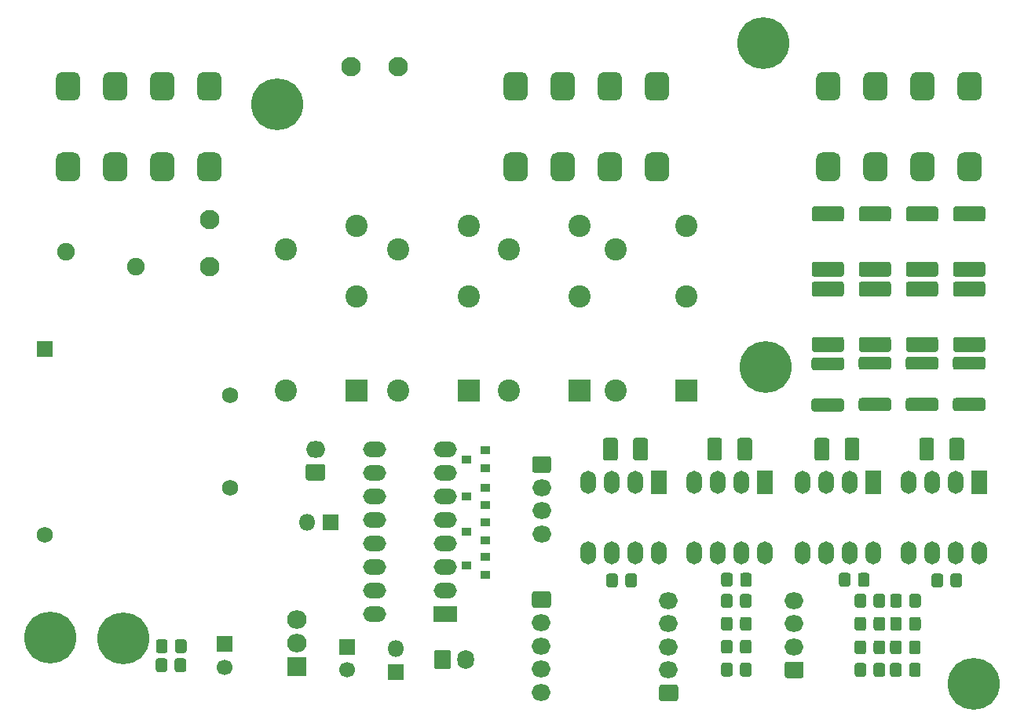
<source format=gbr>
G04 #@! TF.GenerationSoftware,KiCad,Pcbnew,(5.1.6)-1*
G04 #@! TF.CreationDate,2021-10-26T14:42:57+02:00*
G04 #@! TF.ProjectId,hamodule,68616d6f-6475-46c6-952e-6b696361645f,rev?*
G04 #@! TF.SameCoordinates,Original*
G04 #@! TF.FileFunction,Soldermask,Top*
G04 #@! TF.FilePolarity,Negative*
%FSLAX46Y46*%
G04 Gerber Fmt 4.6, Leading zero omitted, Abs format (unit mm)*
G04 Created by KiCad (PCBNEW (5.1.6)-1) date 2021-10-26 14:42:57*
%MOMM*%
%LPD*%
G01*
G04 APERTURE LIST*
%ADD10R,2.500000X1.700000*%
%ADD11O,2.500000X1.700000*%
%ADD12C,2.100000*%
%ADD13O,1.800000X1.800000*%
%ADD14R,1.800000X1.800000*%
%ADD15O,1.800000X2.100000*%
%ADD16R,1.000000X0.900000*%
%ADD17C,5.600000*%
%ADD18C,1.700000*%
%ADD19R,1.700000X1.700000*%
%ADD20C,1.900000*%
%ADD21R,2.400000X2.400000*%
%ADD22C,2.400000*%
%ADD23O,2.050000X1.800000*%
%ADD24R,1.700000X2.500000*%
%ADD25O,1.700000X2.500000*%
%ADD26O,2.100000X2.005000*%
%ADD27R,2.100000X2.005000*%
%ADD28O,2.100000X1.800000*%
%ADD29C,1.750000*%
%ADD30R,1.750000X1.750000*%
G04 APERTURE END LIST*
D10*
X147256500Y-132143500D03*
D11*
X139636500Y-114363500D03*
X147256500Y-129603500D03*
X139636500Y-116903500D03*
X147256500Y-127063500D03*
X139636500Y-119443500D03*
X147256500Y-124523500D03*
X139636500Y-121983500D03*
X147256500Y-121983500D03*
X139636500Y-124523500D03*
X147256500Y-119443500D03*
X139636500Y-127063500D03*
X147256500Y-116903500D03*
X139636500Y-129603500D03*
X147256500Y-114363500D03*
X139636500Y-132143500D03*
G36*
G01*
X199989000Y-113405167D02*
X199989000Y-115321833D01*
G75*
G02*
X199722333Y-115588500I-266667J0D01*
G01*
X198655667Y-115588500D01*
G75*
G02*
X198389000Y-115321833I0J266667D01*
G01*
X198389000Y-113405167D01*
G75*
G02*
X198655667Y-113138500I266667J0D01*
G01*
X199722333Y-113138500D01*
G75*
G02*
X199989000Y-113405167I0J-266667D01*
G01*
G37*
G36*
G01*
X203239000Y-113405167D02*
X203239000Y-115321833D01*
G75*
G02*
X202972333Y-115588500I-266667J0D01*
G01*
X201905667Y-115588500D01*
G75*
G02*
X201639000Y-115321833I0J266667D01*
G01*
X201639000Y-113405167D01*
G75*
G02*
X201905667Y-113138500I266667J0D01*
G01*
X202972333Y-113138500D01*
G75*
G02*
X203239000Y-113405167I0J-266667D01*
G01*
G37*
G36*
G01*
X188696500Y-113405167D02*
X188696500Y-115321833D01*
G75*
G02*
X188429833Y-115588500I-266667J0D01*
G01*
X187363167Y-115588500D01*
G75*
G02*
X187096500Y-115321833I0J266667D01*
G01*
X187096500Y-113405167D01*
G75*
G02*
X187363167Y-113138500I266667J0D01*
G01*
X188429833Y-113138500D01*
G75*
G02*
X188696500Y-113405167I0J-266667D01*
G01*
G37*
G36*
G01*
X191946500Y-113405167D02*
X191946500Y-115321833D01*
G75*
G02*
X191679833Y-115588500I-266667J0D01*
G01*
X190613167Y-115588500D01*
G75*
G02*
X190346500Y-115321833I0J266667D01*
G01*
X190346500Y-113405167D01*
G75*
G02*
X190613167Y-113138500I266667J0D01*
G01*
X191679833Y-113138500D01*
G75*
G02*
X191946500Y-113405167I0J-266667D01*
G01*
G37*
G36*
G01*
X177129000Y-113405167D02*
X177129000Y-115321833D01*
G75*
G02*
X176862333Y-115588500I-266667J0D01*
G01*
X175795667Y-115588500D01*
G75*
G02*
X175529000Y-115321833I0J266667D01*
G01*
X175529000Y-113405167D01*
G75*
G02*
X175795667Y-113138500I266667J0D01*
G01*
X176862333Y-113138500D01*
G75*
G02*
X177129000Y-113405167I0J-266667D01*
G01*
G37*
G36*
G01*
X180379000Y-113405167D02*
X180379000Y-115321833D01*
G75*
G02*
X180112333Y-115588500I-266667J0D01*
G01*
X179045667Y-115588500D01*
G75*
G02*
X178779000Y-115321833I0J266667D01*
G01*
X178779000Y-113405167D01*
G75*
G02*
X179045667Y-113138500I266667J0D01*
G01*
X180112333Y-113138500D01*
G75*
G02*
X180379000Y-113405167I0J-266667D01*
G01*
G37*
G36*
G01*
X165899000Y-113405167D02*
X165899000Y-115321833D01*
G75*
G02*
X165632333Y-115588500I-266667J0D01*
G01*
X164565667Y-115588500D01*
G75*
G02*
X164299000Y-115321833I0J266667D01*
G01*
X164299000Y-113405167D01*
G75*
G02*
X164565667Y-113138500I266667J0D01*
G01*
X165632333Y-113138500D01*
G75*
G02*
X165899000Y-113405167I0J-266667D01*
G01*
G37*
G36*
G01*
X169149000Y-113405167D02*
X169149000Y-115321833D01*
G75*
G02*
X168882333Y-115588500I-266667J0D01*
G01*
X167815667Y-115588500D01*
G75*
G02*
X167549000Y-115321833I0J266667D01*
G01*
X167549000Y-113405167D01*
G75*
G02*
X167815667Y-113138500I266667J0D01*
G01*
X168882333Y-113138500D01*
G75*
G02*
X169149000Y-113405167I0J-266667D01*
G01*
G37*
D12*
X142176500Y-73088500D03*
X137096500Y-73088500D03*
G36*
G01*
X202312892Y-94126000D02*
X205230108Y-94126000D01*
G75*
G02*
X205496500Y-94392392I0J-266392D01*
G01*
X205496500Y-95484608D01*
G75*
G02*
X205230108Y-95751000I-266392J0D01*
G01*
X202312892Y-95751000D01*
G75*
G02*
X202046500Y-95484608I0J266392D01*
G01*
X202046500Y-94392392D01*
G75*
G02*
X202312892Y-94126000I266392J0D01*
G01*
G37*
G36*
G01*
X202312892Y-88151000D02*
X205230108Y-88151000D01*
G75*
G02*
X205496500Y-88417392I0J-266392D01*
G01*
X205496500Y-89509608D01*
G75*
G02*
X205230108Y-89776000I-266392J0D01*
G01*
X202312892Y-89776000D01*
G75*
G02*
X202046500Y-89509608I0J266392D01*
G01*
X202046500Y-88417392D01*
G75*
G02*
X202312892Y-88151000I266392J0D01*
G01*
G37*
G36*
G01*
X197232892Y-94126000D02*
X200150108Y-94126000D01*
G75*
G02*
X200416500Y-94392392I0J-266392D01*
G01*
X200416500Y-95484608D01*
G75*
G02*
X200150108Y-95751000I-266392J0D01*
G01*
X197232892Y-95751000D01*
G75*
G02*
X196966500Y-95484608I0J266392D01*
G01*
X196966500Y-94392392D01*
G75*
G02*
X197232892Y-94126000I266392J0D01*
G01*
G37*
G36*
G01*
X197232892Y-88151000D02*
X200150108Y-88151000D01*
G75*
G02*
X200416500Y-88417392I0J-266392D01*
G01*
X200416500Y-89509608D01*
G75*
G02*
X200150108Y-89776000I-266392J0D01*
G01*
X197232892Y-89776000D01*
G75*
G02*
X196966500Y-89509608I0J266392D01*
G01*
X196966500Y-88417392D01*
G75*
G02*
X197232892Y-88151000I266392J0D01*
G01*
G37*
G36*
G01*
X192152892Y-94126000D02*
X195070108Y-94126000D01*
G75*
G02*
X195336500Y-94392392I0J-266392D01*
G01*
X195336500Y-95484608D01*
G75*
G02*
X195070108Y-95751000I-266392J0D01*
G01*
X192152892Y-95751000D01*
G75*
G02*
X191886500Y-95484608I0J266392D01*
G01*
X191886500Y-94392392D01*
G75*
G02*
X192152892Y-94126000I266392J0D01*
G01*
G37*
G36*
G01*
X192152892Y-88151000D02*
X195070108Y-88151000D01*
G75*
G02*
X195336500Y-88417392I0J-266392D01*
G01*
X195336500Y-89509608D01*
G75*
G02*
X195070108Y-89776000I-266392J0D01*
G01*
X192152892Y-89776000D01*
G75*
G02*
X191886500Y-89509608I0J266392D01*
G01*
X191886500Y-88417392D01*
G75*
G02*
X192152892Y-88151000I266392J0D01*
G01*
G37*
G36*
G01*
X187072892Y-94126000D02*
X189990108Y-94126000D01*
G75*
G02*
X190256500Y-94392392I0J-266392D01*
G01*
X190256500Y-95484608D01*
G75*
G02*
X189990108Y-95751000I-266392J0D01*
G01*
X187072892Y-95751000D01*
G75*
G02*
X186806500Y-95484608I0J266392D01*
G01*
X186806500Y-94392392D01*
G75*
G02*
X187072892Y-94126000I266392J0D01*
G01*
G37*
G36*
G01*
X187072892Y-88151000D02*
X189990108Y-88151000D01*
G75*
G02*
X190256500Y-88417392I0J-266392D01*
G01*
X190256500Y-89509608D01*
G75*
G02*
X189990108Y-89776000I-266392J0D01*
G01*
X187072892Y-89776000D01*
G75*
G02*
X186806500Y-89509608I0J266392D01*
G01*
X186806500Y-88417392D01*
G75*
G02*
X187072892Y-88151000I266392J0D01*
G01*
G37*
D13*
X141973300Y-135928100D03*
D14*
X141973300Y-138468100D03*
D15*
X149491700Y-137071100D03*
G36*
G01*
X146091700Y-137856394D02*
X146091700Y-136285806D01*
G75*
G02*
X146356406Y-136021100I264706J0D01*
G01*
X147626994Y-136021100D01*
G75*
G02*
X147891700Y-136285806I0J-264706D01*
G01*
X147891700Y-137856394D01*
G75*
G02*
X147626994Y-138121100I-264706J0D01*
G01*
X146356406Y-138121100D01*
G75*
G02*
X146091700Y-137856394I0J264706D01*
G01*
G37*
G36*
G01*
X193469100Y-131199362D02*
X193469100Y-130242838D01*
G75*
G02*
X193740838Y-129971100I271738J0D01*
G01*
X194447362Y-129971100D01*
G75*
G02*
X194719100Y-130242838I0J-271738D01*
G01*
X194719100Y-131199362D01*
G75*
G02*
X194447362Y-131471100I-271738J0D01*
G01*
X193740838Y-131471100D01*
G75*
G02*
X193469100Y-131199362I0J271738D01*
G01*
G37*
G36*
G01*
X191419100Y-131199362D02*
X191419100Y-130242838D01*
G75*
G02*
X191690838Y-129971100I271738J0D01*
G01*
X192397362Y-129971100D01*
G75*
G02*
X192669100Y-130242838I0J-271738D01*
G01*
X192669100Y-131199362D01*
G75*
G02*
X192397362Y-131471100I-271738J0D01*
G01*
X191690838Y-131471100D01*
G75*
G02*
X191419100Y-131199362I0J271738D01*
G01*
G37*
G36*
G01*
X118141700Y-136101562D02*
X118141700Y-135145038D01*
G75*
G02*
X118413438Y-134873300I271738J0D01*
G01*
X119119962Y-134873300D01*
G75*
G02*
X119391700Y-135145038I0J-271738D01*
G01*
X119391700Y-136101562D01*
G75*
G02*
X119119962Y-136373300I-271738J0D01*
G01*
X118413438Y-136373300D01*
G75*
G02*
X118141700Y-136101562I0J271738D01*
G01*
G37*
G36*
G01*
X116091700Y-136101562D02*
X116091700Y-135145038D01*
G75*
G02*
X116363438Y-134873300I271738J0D01*
G01*
X117069962Y-134873300D01*
G75*
G02*
X117341700Y-135145038I0J-271738D01*
G01*
X117341700Y-136101562D01*
G75*
G02*
X117069962Y-136373300I-271738J0D01*
G01*
X116363438Y-136373300D01*
G75*
G02*
X116091700Y-136101562I0J271738D01*
G01*
G37*
G36*
G01*
X117316300Y-137202438D02*
X117316300Y-138158962D01*
G75*
G02*
X117044562Y-138430700I-271738J0D01*
G01*
X116338038Y-138430700D01*
G75*
G02*
X116066300Y-138158962I0J271738D01*
G01*
X116066300Y-137202438D01*
G75*
G02*
X116338038Y-136930700I271738J0D01*
G01*
X117044562Y-136930700D01*
G75*
G02*
X117316300Y-137202438I0J-271738D01*
G01*
G37*
G36*
G01*
X119366300Y-137202438D02*
X119366300Y-138158962D01*
G75*
G02*
X119094562Y-138430700I-271738J0D01*
G01*
X118388038Y-138430700D01*
G75*
G02*
X118116300Y-138158962I0J271738D01*
G01*
X118116300Y-137202438D01*
G75*
G02*
X118388038Y-136930700I271738J0D01*
G01*
X119094562Y-136930700D01*
G75*
G02*
X119366300Y-137202438I0J-271738D01*
G01*
G37*
G36*
G01*
X200958500Y-128045738D02*
X200958500Y-129002262D01*
G75*
G02*
X200686762Y-129274000I-271738J0D01*
G01*
X199980238Y-129274000D01*
G75*
G02*
X199708500Y-129002262I0J271738D01*
G01*
X199708500Y-128045738D01*
G75*
G02*
X199980238Y-127774000I271738J0D01*
G01*
X200686762Y-127774000D01*
G75*
G02*
X200958500Y-128045738I0J-271738D01*
G01*
G37*
G36*
G01*
X203008500Y-128045738D02*
X203008500Y-129002262D01*
G75*
G02*
X202736762Y-129274000I-271738J0D01*
G01*
X202030238Y-129274000D01*
G75*
G02*
X201758500Y-129002262I0J271738D01*
G01*
X201758500Y-128045738D01*
G75*
G02*
X202030238Y-127774000I271738J0D01*
G01*
X202736762Y-127774000D01*
G75*
G02*
X203008500Y-128045738I0J-271738D01*
G01*
G37*
G36*
G01*
X190980000Y-127982238D02*
X190980000Y-128938762D01*
G75*
G02*
X190708262Y-129210500I-271738J0D01*
G01*
X190001738Y-129210500D01*
G75*
G02*
X189730000Y-128938762I0J271738D01*
G01*
X189730000Y-127982238D01*
G75*
G02*
X190001738Y-127710500I271738J0D01*
G01*
X190708262Y-127710500D01*
G75*
G02*
X190980000Y-127982238I0J-271738D01*
G01*
G37*
G36*
G01*
X193030000Y-127982238D02*
X193030000Y-128938762D01*
G75*
G02*
X192758262Y-129210500I-271738J0D01*
G01*
X192051738Y-129210500D01*
G75*
G02*
X191780000Y-128938762I0J271738D01*
G01*
X191780000Y-127982238D01*
G75*
G02*
X192051738Y-127710500I271738J0D01*
G01*
X192758262Y-127710500D01*
G75*
G02*
X193030000Y-127982238I0J-271738D01*
G01*
G37*
G36*
G01*
X165897500Y-128045738D02*
X165897500Y-129002262D01*
G75*
G02*
X165625762Y-129274000I-271738J0D01*
G01*
X164919238Y-129274000D01*
G75*
G02*
X164647500Y-129002262I0J271738D01*
G01*
X164647500Y-128045738D01*
G75*
G02*
X164919238Y-127774000I271738J0D01*
G01*
X165625762Y-127774000D01*
G75*
G02*
X165897500Y-128045738I0J-271738D01*
G01*
G37*
G36*
G01*
X167947500Y-128045738D02*
X167947500Y-129002262D01*
G75*
G02*
X167675762Y-129274000I-271738J0D01*
G01*
X166969238Y-129274000D01*
G75*
G02*
X166697500Y-129002262I0J271738D01*
G01*
X166697500Y-128045738D01*
G75*
G02*
X166969238Y-127774000I271738J0D01*
G01*
X167675762Y-127774000D01*
G75*
G02*
X167947500Y-128045738I0J-271738D01*
G01*
G37*
G36*
G01*
X178280000Y-127982238D02*
X178280000Y-128938762D01*
G75*
G02*
X178008262Y-129210500I-271738J0D01*
G01*
X177301738Y-129210500D01*
G75*
G02*
X177030000Y-128938762I0J271738D01*
G01*
X177030000Y-127982238D01*
G75*
G02*
X177301738Y-127710500I271738J0D01*
G01*
X178008262Y-127710500D01*
G75*
G02*
X178280000Y-127982238I0J-271738D01*
G01*
G37*
G36*
G01*
X180330000Y-127982238D02*
X180330000Y-128938762D01*
G75*
G02*
X180058262Y-129210500I-271738J0D01*
G01*
X179351738Y-129210500D01*
G75*
G02*
X179080000Y-128938762I0J271738D01*
G01*
X179080000Y-127982238D01*
G75*
G02*
X179351738Y-127710500I271738J0D01*
G01*
X180058262Y-127710500D01*
G75*
G02*
X180330000Y-127982238I0J-271738D01*
G01*
G37*
G36*
G01*
X193469100Y-133688562D02*
X193469100Y-132732038D01*
G75*
G02*
X193740838Y-132460300I271738J0D01*
G01*
X194447362Y-132460300D01*
G75*
G02*
X194719100Y-132732038I0J-271738D01*
G01*
X194719100Y-133688562D01*
G75*
G02*
X194447362Y-133960300I-271738J0D01*
G01*
X193740838Y-133960300D01*
G75*
G02*
X193469100Y-133688562I0J271738D01*
G01*
G37*
G36*
G01*
X191419100Y-133688562D02*
X191419100Y-132732038D01*
G75*
G02*
X191690838Y-132460300I271738J0D01*
G01*
X192397362Y-132460300D01*
G75*
G02*
X192669100Y-132732038I0J-271738D01*
G01*
X192669100Y-133688562D01*
G75*
G02*
X192397362Y-133960300I-271738J0D01*
G01*
X191690838Y-133960300D01*
G75*
G02*
X191419100Y-133688562I0J271738D01*
G01*
G37*
G36*
G01*
X193469100Y-136228562D02*
X193469100Y-135272038D01*
G75*
G02*
X193740838Y-135000300I271738J0D01*
G01*
X194447362Y-135000300D01*
G75*
G02*
X194719100Y-135272038I0J-271738D01*
G01*
X194719100Y-136228562D01*
G75*
G02*
X194447362Y-136500300I-271738J0D01*
G01*
X193740838Y-136500300D01*
G75*
G02*
X193469100Y-136228562I0J271738D01*
G01*
G37*
G36*
G01*
X191419100Y-136228562D02*
X191419100Y-135272038D01*
G75*
G02*
X191690838Y-135000300I271738J0D01*
G01*
X192397362Y-135000300D01*
G75*
G02*
X192669100Y-135272038I0J-271738D01*
G01*
X192669100Y-136228562D01*
G75*
G02*
X192397362Y-136500300I-271738J0D01*
G01*
X191690838Y-136500300D01*
G75*
G02*
X191419100Y-136228562I0J271738D01*
G01*
G37*
G36*
G01*
X193469100Y-138666962D02*
X193469100Y-137710438D01*
G75*
G02*
X193740838Y-137438700I271738J0D01*
G01*
X194447362Y-137438700D01*
G75*
G02*
X194719100Y-137710438I0J-271738D01*
G01*
X194719100Y-138666962D01*
G75*
G02*
X194447362Y-138938700I-271738J0D01*
G01*
X193740838Y-138938700D01*
G75*
G02*
X193469100Y-138666962I0J271738D01*
G01*
G37*
G36*
G01*
X191419100Y-138666962D02*
X191419100Y-137710438D01*
G75*
G02*
X191690838Y-137438700I271738J0D01*
G01*
X192397362Y-137438700D01*
G75*
G02*
X192669100Y-137710438I0J-271738D01*
G01*
X192669100Y-138666962D01*
G75*
G02*
X192397362Y-138938700I-271738J0D01*
G01*
X191690838Y-138938700D01*
G75*
G02*
X191419100Y-138666962I0J271738D01*
G01*
G37*
D16*
X149606000Y-126943500D03*
X151606000Y-125993500D03*
X151606000Y-127893500D03*
X149606000Y-123243500D03*
X151606000Y-122293500D03*
X151606000Y-124193500D03*
X149606000Y-119443500D03*
X151606000Y-118493500D03*
X151606000Y-120393500D03*
X149606000Y-115443000D03*
X151606000Y-114493000D03*
X151606000Y-116393000D03*
G36*
G01*
X202290731Y-108830500D02*
X205252269Y-108830500D01*
G75*
G02*
X205521500Y-109099731I0J-269231D01*
G01*
X205521500Y-109961269D01*
G75*
G02*
X205252269Y-110230500I-269231J0D01*
G01*
X202290731Y-110230500D01*
G75*
G02*
X202021500Y-109961269I0J269231D01*
G01*
X202021500Y-109099731D01*
G75*
G02*
X202290731Y-108830500I269231J0D01*
G01*
G37*
G36*
G01*
X202290731Y-104380500D02*
X205252269Y-104380500D01*
G75*
G02*
X205521500Y-104649731I0J-269231D01*
G01*
X205521500Y-105511269D01*
G75*
G02*
X205252269Y-105780500I-269231J0D01*
G01*
X202290731Y-105780500D01*
G75*
G02*
X202021500Y-105511269I0J269231D01*
G01*
X202021500Y-104649731D01*
G75*
G02*
X202290731Y-104380500I269231J0D01*
G01*
G37*
G36*
G01*
X197210731Y-108830500D02*
X200172269Y-108830500D01*
G75*
G02*
X200441500Y-109099731I0J-269231D01*
G01*
X200441500Y-109961269D01*
G75*
G02*
X200172269Y-110230500I-269231J0D01*
G01*
X197210731Y-110230500D01*
G75*
G02*
X196941500Y-109961269I0J269231D01*
G01*
X196941500Y-109099731D01*
G75*
G02*
X197210731Y-108830500I269231J0D01*
G01*
G37*
G36*
G01*
X197210731Y-104380500D02*
X200172269Y-104380500D01*
G75*
G02*
X200441500Y-104649731I0J-269231D01*
G01*
X200441500Y-105511269D01*
G75*
G02*
X200172269Y-105780500I-269231J0D01*
G01*
X197210731Y-105780500D01*
G75*
G02*
X196941500Y-105511269I0J269231D01*
G01*
X196941500Y-104649731D01*
G75*
G02*
X197210731Y-104380500I269231J0D01*
G01*
G37*
G36*
G01*
X192130731Y-108830500D02*
X195092269Y-108830500D01*
G75*
G02*
X195361500Y-109099731I0J-269231D01*
G01*
X195361500Y-109961269D01*
G75*
G02*
X195092269Y-110230500I-269231J0D01*
G01*
X192130731Y-110230500D01*
G75*
G02*
X191861500Y-109961269I0J269231D01*
G01*
X191861500Y-109099731D01*
G75*
G02*
X192130731Y-108830500I269231J0D01*
G01*
G37*
G36*
G01*
X192130731Y-104380500D02*
X195092269Y-104380500D01*
G75*
G02*
X195361500Y-104649731I0J-269231D01*
G01*
X195361500Y-105511269D01*
G75*
G02*
X195092269Y-105780500I-269231J0D01*
G01*
X192130731Y-105780500D01*
G75*
G02*
X191861500Y-105511269I0J269231D01*
G01*
X191861500Y-104649731D01*
G75*
G02*
X192130731Y-104380500I269231J0D01*
G01*
G37*
G36*
G01*
X187050731Y-108894000D02*
X190012269Y-108894000D01*
G75*
G02*
X190281500Y-109163231I0J-269231D01*
G01*
X190281500Y-110024769D01*
G75*
G02*
X190012269Y-110294000I-269231J0D01*
G01*
X187050731Y-110294000D01*
G75*
G02*
X186781500Y-110024769I0J269231D01*
G01*
X186781500Y-109163231D01*
G75*
G02*
X187050731Y-108894000I269231J0D01*
G01*
G37*
G36*
G01*
X187050731Y-104444000D02*
X190012269Y-104444000D01*
G75*
G02*
X190281500Y-104713231I0J-269231D01*
G01*
X190281500Y-105574769D01*
G75*
G02*
X190012269Y-105844000I-269231J0D01*
G01*
X187050731Y-105844000D01*
G75*
G02*
X186781500Y-105574769I0J269231D01*
G01*
X186781500Y-104713231D01*
G75*
G02*
X187050731Y-104444000I269231J0D01*
G01*
G37*
G36*
G01*
X197308500Y-131199362D02*
X197308500Y-130242838D01*
G75*
G02*
X197580238Y-129971100I271738J0D01*
G01*
X198286762Y-129971100D01*
G75*
G02*
X198558500Y-130242838I0J-271738D01*
G01*
X198558500Y-131199362D01*
G75*
G02*
X198286762Y-131471100I-271738J0D01*
G01*
X197580238Y-131471100D01*
G75*
G02*
X197308500Y-131199362I0J271738D01*
G01*
G37*
G36*
G01*
X195258500Y-131199362D02*
X195258500Y-130242838D01*
G75*
G02*
X195530238Y-129971100I271738J0D01*
G01*
X196236762Y-129971100D01*
G75*
G02*
X196508500Y-130242838I0J-271738D01*
G01*
X196508500Y-131199362D01*
G75*
G02*
X196236762Y-131471100I-271738J0D01*
G01*
X195530238Y-131471100D01*
G75*
G02*
X195258500Y-131199362I0J271738D01*
G01*
G37*
G36*
G01*
X197308500Y-133685262D02*
X197308500Y-132728738D01*
G75*
G02*
X197580238Y-132457000I271738J0D01*
G01*
X198286762Y-132457000D01*
G75*
G02*
X198558500Y-132728738I0J-271738D01*
G01*
X198558500Y-133685262D01*
G75*
G02*
X198286762Y-133957000I-271738J0D01*
G01*
X197580238Y-133957000D01*
G75*
G02*
X197308500Y-133685262I0J271738D01*
G01*
G37*
G36*
G01*
X195258500Y-133685262D02*
X195258500Y-132728738D01*
G75*
G02*
X195530238Y-132457000I271738J0D01*
G01*
X196236762Y-132457000D01*
G75*
G02*
X196508500Y-132728738I0J-271738D01*
G01*
X196508500Y-133685262D01*
G75*
G02*
X196236762Y-133957000I-271738J0D01*
G01*
X195530238Y-133957000D01*
G75*
G02*
X195258500Y-133685262I0J271738D01*
G01*
G37*
G36*
G01*
X197297100Y-136228562D02*
X197297100Y-135272038D01*
G75*
G02*
X197568838Y-135000300I271738J0D01*
G01*
X198275362Y-135000300D01*
G75*
G02*
X198547100Y-135272038I0J-271738D01*
G01*
X198547100Y-136228562D01*
G75*
G02*
X198275362Y-136500300I-271738J0D01*
G01*
X197568838Y-136500300D01*
G75*
G02*
X197297100Y-136228562I0J271738D01*
G01*
G37*
G36*
G01*
X195247100Y-136228562D02*
X195247100Y-135272038D01*
G75*
G02*
X195518838Y-135000300I271738J0D01*
G01*
X196225362Y-135000300D01*
G75*
G02*
X196497100Y-135272038I0J-271738D01*
G01*
X196497100Y-136228562D01*
G75*
G02*
X196225362Y-136500300I-271738J0D01*
G01*
X195518838Y-136500300D01*
G75*
G02*
X195247100Y-136228562I0J271738D01*
G01*
G37*
G36*
G01*
X197297100Y-138666962D02*
X197297100Y-137710438D01*
G75*
G02*
X197568838Y-137438700I271738J0D01*
G01*
X198275362Y-137438700D01*
G75*
G02*
X198547100Y-137710438I0J-271738D01*
G01*
X198547100Y-138666962D01*
G75*
G02*
X198275362Y-138938700I-271738J0D01*
G01*
X197568838Y-138938700D01*
G75*
G02*
X197297100Y-138666962I0J271738D01*
G01*
G37*
G36*
G01*
X195247100Y-138666962D02*
X195247100Y-137710438D01*
G75*
G02*
X195518838Y-137438700I271738J0D01*
G01*
X196225362Y-137438700D01*
G75*
G02*
X196497100Y-137710438I0J-271738D01*
G01*
X196497100Y-138666962D01*
G75*
G02*
X196225362Y-138938700I-271738J0D01*
G01*
X195518838Y-138938700D01*
G75*
G02*
X195247100Y-138666962I0J271738D01*
G01*
G37*
G36*
G01*
X178275000Y-137681738D02*
X178275000Y-138638262D01*
G75*
G02*
X178003262Y-138910000I-271738J0D01*
G01*
X177296738Y-138910000D01*
G75*
G02*
X177025000Y-138638262I0J271738D01*
G01*
X177025000Y-137681738D01*
G75*
G02*
X177296738Y-137410000I271738J0D01*
G01*
X178003262Y-137410000D01*
G75*
G02*
X178275000Y-137681738I0J-271738D01*
G01*
G37*
G36*
G01*
X180325000Y-137681738D02*
X180325000Y-138638262D01*
G75*
G02*
X180053262Y-138910000I-271738J0D01*
G01*
X179346738Y-138910000D01*
G75*
G02*
X179075000Y-138638262I0J271738D01*
G01*
X179075000Y-137681738D01*
G75*
G02*
X179346738Y-137410000I271738J0D01*
G01*
X180053262Y-137410000D01*
G75*
G02*
X180325000Y-137681738I0J-271738D01*
G01*
G37*
G36*
G01*
X178266000Y-135205238D02*
X178266000Y-136161762D01*
G75*
G02*
X177994262Y-136433500I-271738J0D01*
G01*
X177287738Y-136433500D01*
G75*
G02*
X177016000Y-136161762I0J271738D01*
G01*
X177016000Y-135205238D01*
G75*
G02*
X177287738Y-134933500I271738J0D01*
G01*
X177994262Y-134933500D01*
G75*
G02*
X178266000Y-135205238I0J-271738D01*
G01*
G37*
G36*
G01*
X180316000Y-135205238D02*
X180316000Y-136161762D01*
G75*
G02*
X180044262Y-136433500I-271738J0D01*
G01*
X179337738Y-136433500D01*
G75*
G02*
X179066000Y-136161762I0J271738D01*
G01*
X179066000Y-135205238D01*
G75*
G02*
X179337738Y-134933500I271738J0D01*
G01*
X180044262Y-134933500D01*
G75*
G02*
X180316000Y-135205238I0J-271738D01*
G01*
G37*
G36*
G01*
X178275000Y-132728738D02*
X178275000Y-133685262D01*
G75*
G02*
X178003262Y-133957000I-271738J0D01*
G01*
X177296738Y-133957000D01*
G75*
G02*
X177025000Y-133685262I0J271738D01*
G01*
X177025000Y-132728738D01*
G75*
G02*
X177296738Y-132457000I271738J0D01*
G01*
X178003262Y-132457000D01*
G75*
G02*
X178275000Y-132728738I0J-271738D01*
G01*
G37*
G36*
G01*
X180325000Y-132728738D02*
X180325000Y-133685262D01*
G75*
G02*
X180053262Y-133957000I-271738J0D01*
G01*
X179346738Y-133957000D01*
G75*
G02*
X179075000Y-133685262I0J271738D01*
G01*
X179075000Y-132728738D01*
G75*
G02*
X179346738Y-132457000I271738J0D01*
G01*
X180053262Y-132457000D01*
G75*
G02*
X180325000Y-132728738I0J-271738D01*
G01*
G37*
G36*
G01*
X178266000Y-130252238D02*
X178266000Y-131208762D01*
G75*
G02*
X177994262Y-131480500I-271738J0D01*
G01*
X177287738Y-131480500D01*
G75*
G02*
X177016000Y-131208762I0J271738D01*
G01*
X177016000Y-130252238D01*
G75*
G02*
X177287738Y-129980500I271738J0D01*
G01*
X177994262Y-129980500D01*
G75*
G02*
X178266000Y-130252238I0J-271738D01*
G01*
G37*
G36*
G01*
X180316000Y-130252238D02*
X180316000Y-131208762D01*
G75*
G02*
X180044262Y-131480500I-271738J0D01*
G01*
X179337738Y-131480500D01*
G75*
G02*
X179066000Y-131208762I0J271738D01*
G01*
X179066000Y-130252238D01*
G75*
G02*
X179337738Y-129980500I271738J0D01*
G01*
X180044262Y-129980500D01*
G75*
G02*
X180316000Y-130252238I0J-271738D01*
G01*
G37*
G36*
G01*
X187072892Y-102236000D02*
X189990108Y-102236000D01*
G75*
G02*
X190256500Y-102502392I0J-266392D01*
G01*
X190256500Y-103594608D01*
G75*
G02*
X189990108Y-103861000I-266392J0D01*
G01*
X187072892Y-103861000D01*
G75*
G02*
X186806500Y-103594608I0J266392D01*
G01*
X186806500Y-102502392D01*
G75*
G02*
X187072892Y-102236000I266392J0D01*
G01*
G37*
G36*
G01*
X187072892Y-96261000D02*
X189990108Y-96261000D01*
G75*
G02*
X190256500Y-96527392I0J-266392D01*
G01*
X190256500Y-97619608D01*
G75*
G02*
X189990108Y-97886000I-266392J0D01*
G01*
X187072892Y-97886000D01*
G75*
G02*
X186806500Y-97619608I0J266392D01*
G01*
X186806500Y-96527392D01*
G75*
G02*
X187072892Y-96261000I266392J0D01*
G01*
G37*
G36*
G01*
X192152892Y-102236000D02*
X195070108Y-102236000D01*
G75*
G02*
X195336500Y-102502392I0J-266392D01*
G01*
X195336500Y-103594608D01*
G75*
G02*
X195070108Y-103861000I-266392J0D01*
G01*
X192152892Y-103861000D01*
G75*
G02*
X191886500Y-103594608I0J266392D01*
G01*
X191886500Y-102502392D01*
G75*
G02*
X192152892Y-102236000I266392J0D01*
G01*
G37*
G36*
G01*
X192152892Y-96261000D02*
X195070108Y-96261000D01*
G75*
G02*
X195336500Y-96527392I0J-266392D01*
G01*
X195336500Y-97619608D01*
G75*
G02*
X195070108Y-97886000I-266392J0D01*
G01*
X192152892Y-97886000D01*
G75*
G02*
X191886500Y-97619608I0J266392D01*
G01*
X191886500Y-96527392D01*
G75*
G02*
X192152892Y-96261000I266392J0D01*
G01*
G37*
G36*
G01*
X197232892Y-102236000D02*
X200150108Y-102236000D01*
G75*
G02*
X200416500Y-102502392I0J-266392D01*
G01*
X200416500Y-103594608D01*
G75*
G02*
X200150108Y-103861000I-266392J0D01*
G01*
X197232892Y-103861000D01*
G75*
G02*
X196966500Y-103594608I0J266392D01*
G01*
X196966500Y-102502392D01*
G75*
G02*
X197232892Y-102236000I266392J0D01*
G01*
G37*
G36*
G01*
X197232892Y-96261000D02*
X200150108Y-96261000D01*
G75*
G02*
X200416500Y-96527392I0J-266392D01*
G01*
X200416500Y-97619608D01*
G75*
G02*
X200150108Y-97886000I-266392J0D01*
G01*
X197232892Y-97886000D01*
G75*
G02*
X196966500Y-97619608I0J266392D01*
G01*
X196966500Y-96527392D01*
G75*
G02*
X197232892Y-96261000I266392J0D01*
G01*
G37*
G36*
G01*
X202312892Y-102236000D02*
X205230108Y-102236000D01*
G75*
G02*
X205496500Y-102502392I0J-266392D01*
G01*
X205496500Y-103594608D01*
G75*
G02*
X205230108Y-103861000I-266392J0D01*
G01*
X202312892Y-103861000D01*
G75*
G02*
X202046500Y-103594608I0J266392D01*
G01*
X202046500Y-102502392D01*
G75*
G02*
X202312892Y-102236000I266392J0D01*
G01*
G37*
G36*
G01*
X202312892Y-96261000D02*
X205230108Y-96261000D01*
G75*
G02*
X205496500Y-96527392I0J-266392D01*
G01*
X205496500Y-97619608D01*
G75*
G02*
X205230108Y-97886000I-266392J0D01*
G01*
X202312892Y-97886000D01*
G75*
G02*
X202046500Y-97619608I0J266392D01*
G01*
X202046500Y-96527392D01*
G75*
G02*
X202312892Y-96261000I266392J0D01*
G01*
G37*
G36*
G01*
X203177500Y-82321500D02*
X204477500Y-82321500D01*
G75*
G02*
X205127500Y-82971500I0J-650000D01*
G01*
X205127500Y-84771500D01*
G75*
G02*
X204477500Y-85421500I-650000J0D01*
G01*
X203177500Y-85421500D01*
G75*
G02*
X202527500Y-84771500I0J650000D01*
G01*
X202527500Y-82971500D01*
G75*
G02*
X203177500Y-82321500I650000J0D01*
G01*
G37*
G36*
G01*
X203177500Y-73621500D02*
X204477500Y-73621500D01*
G75*
G02*
X205127500Y-74271500I0J-650000D01*
G01*
X205127500Y-76071500D01*
G75*
G02*
X204477500Y-76721500I-650000J0D01*
G01*
X203177500Y-76721500D01*
G75*
G02*
X202527500Y-76071500I0J650000D01*
G01*
X202527500Y-74271500D01*
G75*
G02*
X203177500Y-73621500I650000J0D01*
G01*
G37*
G36*
G01*
X198097500Y-82321500D02*
X199397500Y-82321500D01*
G75*
G02*
X200047500Y-82971500I0J-650000D01*
G01*
X200047500Y-84771500D01*
G75*
G02*
X199397500Y-85421500I-650000J0D01*
G01*
X198097500Y-85421500D01*
G75*
G02*
X197447500Y-84771500I0J650000D01*
G01*
X197447500Y-82971500D01*
G75*
G02*
X198097500Y-82321500I650000J0D01*
G01*
G37*
G36*
G01*
X198097500Y-73621500D02*
X199397500Y-73621500D01*
G75*
G02*
X200047500Y-74271500I0J-650000D01*
G01*
X200047500Y-76071500D01*
G75*
G02*
X199397500Y-76721500I-650000J0D01*
G01*
X198097500Y-76721500D01*
G75*
G02*
X197447500Y-76071500I0J650000D01*
G01*
X197447500Y-74271500D01*
G75*
G02*
X198097500Y-73621500I650000J0D01*
G01*
G37*
G36*
G01*
X193017500Y-82321500D02*
X194317500Y-82321500D01*
G75*
G02*
X194967500Y-82971500I0J-650000D01*
G01*
X194967500Y-84771500D01*
G75*
G02*
X194317500Y-85421500I-650000J0D01*
G01*
X193017500Y-85421500D01*
G75*
G02*
X192367500Y-84771500I0J650000D01*
G01*
X192367500Y-82971500D01*
G75*
G02*
X193017500Y-82321500I650000J0D01*
G01*
G37*
G36*
G01*
X193017500Y-73621500D02*
X194317500Y-73621500D01*
G75*
G02*
X194967500Y-74271500I0J-650000D01*
G01*
X194967500Y-76071500D01*
G75*
G02*
X194317500Y-76721500I-650000J0D01*
G01*
X193017500Y-76721500D01*
G75*
G02*
X192367500Y-76071500I0J650000D01*
G01*
X192367500Y-74271500D01*
G75*
G02*
X193017500Y-73621500I650000J0D01*
G01*
G37*
G36*
G01*
X187937500Y-82321500D02*
X189237500Y-82321500D01*
G75*
G02*
X189887500Y-82971500I0J-650000D01*
G01*
X189887500Y-84771500D01*
G75*
G02*
X189237500Y-85421500I-650000J0D01*
G01*
X187937500Y-85421500D01*
G75*
G02*
X187287500Y-84771500I0J650000D01*
G01*
X187287500Y-82971500D01*
G75*
G02*
X187937500Y-82321500I650000J0D01*
G01*
G37*
G36*
G01*
X187937500Y-73621500D02*
X189237500Y-73621500D01*
G75*
G02*
X189887500Y-74271500I0J-650000D01*
G01*
X189887500Y-76071500D01*
G75*
G02*
X189237500Y-76721500I-650000J0D01*
G01*
X187937500Y-76721500D01*
G75*
G02*
X187287500Y-76071500I0J650000D01*
G01*
X187287500Y-74271500D01*
G75*
G02*
X187937500Y-73621500I650000J0D01*
G01*
G37*
G36*
G01*
X121206500Y-82333500D02*
X122506500Y-82333500D01*
G75*
G02*
X123156500Y-82983500I0J-650000D01*
G01*
X123156500Y-84783500D01*
G75*
G02*
X122506500Y-85433500I-650000J0D01*
G01*
X121206500Y-85433500D01*
G75*
G02*
X120556500Y-84783500I0J650000D01*
G01*
X120556500Y-82983500D01*
G75*
G02*
X121206500Y-82333500I650000J0D01*
G01*
G37*
G36*
G01*
X121206500Y-73633500D02*
X122506500Y-73633500D01*
G75*
G02*
X123156500Y-74283500I0J-650000D01*
G01*
X123156500Y-76083500D01*
G75*
G02*
X122506500Y-76733500I-650000J0D01*
G01*
X121206500Y-76733500D01*
G75*
G02*
X120556500Y-76083500I0J650000D01*
G01*
X120556500Y-74283500D01*
G75*
G02*
X121206500Y-73633500I650000J0D01*
G01*
G37*
G36*
G01*
X116126500Y-82333500D02*
X117426500Y-82333500D01*
G75*
G02*
X118076500Y-82983500I0J-650000D01*
G01*
X118076500Y-84783500D01*
G75*
G02*
X117426500Y-85433500I-650000J0D01*
G01*
X116126500Y-85433500D01*
G75*
G02*
X115476500Y-84783500I0J650000D01*
G01*
X115476500Y-82983500D01*
G75*
G02*
X116126500Y-82333500I650000J0D01*
G01*
G37*
G36*
G01*
X116126500Y-73633500D02*
X117426500Y-73633500D01*
G75*
G02*
X118076500Y-74283500I0J-650000D01*
G01*
X118076500Y-76083500D01*
G75*
G02*
X117426500Y-76733500I-650000J0D01*
G01*
X116126500Y-76733500D01*
G75*
G02*
X115476500Y-76083500I0J650000D01*
G01*
X115476500Y-74283500D01*
G75*
G02*
X116126500Y-73633500I650000J0D01*
G01*
G37*
G36*
G01*
X111046500Y-82333500D02*
X112346500Y-82333500D01*
G75*
G02*
X112996500Y-82983500I0J-650000D01*
G01*
X112996500Y-84783500D01*
G75*
G02*
X112346500Y-85433500I-650000J0D01*
G01*
X111046500Y-85433500D01*
G75*
G02*
X110396500Y-84783500I0J650000D01*
G01*
X110396500Y-82983500D01*
G75*
G02*
X111046500Y-82333500I650000J0D01*
G01*
G37*
G36*
G01*
X111046500Y-73633500D02*
X112346500Y-73633500D01*
G75*
G02*
X112996500Y-74283500I0J-650000D01*
G01*
X112996500Y-76083500D01*
G75*
G02*
X112346500Y-76733500I-650000J0D01*
G01*
X111046500Y-76733500D01*
G75*
G02*
X110396500Y-76083500I0J650000D01*
G01*
X110396500Y-74283500D01*
G75*
G02*
X111046500Y-73633500I650000J0D01*
G01*
G37*
G36*
G01*
X105966500Y-82333500D02*
X107266500Y-82333500D01*
G75*
G02*
X107916500Y-82983500I0J-650000D01*
G01*
X107916500Y-84783500D01*
G75*
G02*
X107266500Y-85433500I-650000J0D01*
G01*
X105966500Y-85433500D01*
G75*
G02*
X105316500Y-84783500I0J650000D01*
G01*
X105316500Y-82983500D01*
G75*
G02*
X105966500Y-82333500I650000J0D01*
G01*
G37*
G36*
G01*
X105966500Y-73633500D02*
X107266500Y-73633500D01*
G75*
G02*
X107916500Y-74283500I0J-650000D01*
G01*
X107916500Y-76083500D01*
G75*
G02*
X107266500Y-76733500I-650000J0D01*
G01*
X105966500Y-76733500D01*
G75*
G02*
X105316500Y-76083500I0J650000D01*
G01*
X105316500Y-74283500D01*
G75*
G02*
X105966500Y-73633500I650000J0D01*
G01*
G37*
G36*
G01*
X169466500Y-82333500D02*
X170766500Y-82333500D01*
G75*
G02*
X171416500Y-82983500I0J-650000D01*
G01*
X171416500Y-84783500D01*
G75*
G02*
X170766500Y-85433500I-650000J0D01*
G01*
X169466500Y-85433500D01*
G75*
G02*
X168816500Y-84783500I0J650000D01*
G01*
X168816500Y-82983500D01*
G75*
G02*
X169466500Y-82333500I650000J0D01*
G01*
G37*
G36*
G01*
X169466500Y-73633500D02*
X170766500Y-73633500D01*
G75*
G02*
X171416500Y-74283500I0J-650000D01*
G01*
X171416500Y-76083500D01*
G75*
G02*
X170766500Y-76733500I-650000J0D01*
G01*
X169466500Y-76733500D01*
G75*
G02*
X168816500Y-76083500I0J650000D01*
G01*
X168816500Y-74283500D01*
G75*
G02*
X169466500Y-73633500I650000J0D01*
G01*
G37*
G36*
G01*
X164386500Y-82333500D02*
X165686500Y-82333500D01*
G75*
G02*
X166336500Y-82983500I0J-650000D01*
G01*
X166336500Y-84783500D01*
G75*
G02*
X165686500Y-85433500I-650000J0D01*
G01*
X164386500Y-85433500D01*
G75*
G02*
X163736500Y-84783500I0J650000D01*
G01*
X163736500Y-82983500D01*
G75*
G02*
X164386500Y-82333500I650000J0D01*
G01*
G37*
G36*
G01*
X164386500Y-73633500D02*
X165686500Y-73633500D01*
G75*
G02*
X166336500Y-74283500I0J-650000D01*
G01*
X166336500Y-76083500D01*
G75*
G02*
X165686500Y-76733500I-650000J0D01*
G01*
X164386500Y-76733500D01*
G75*
G02*
X163736500Y-76083500I0J650000D01*
G01*
X163736500Y-74283500D01*
G75*
G02*
X164386500Y-73633500I650000J0D01*
G01*
G37*
G36*
G01*
X159306500Y-82333500D02*
X160606500Y-82333500D01*
G75*
G02*
X161256500Y-82983500I0J-650000D01*
G01*
X161256500Y-84783500D01*
G75*
G02*
X160606500Y-85433500I-650000J0D01*
G01*
X159306500Y-85433500D01*
G75*
G02*
X158656500Y-84783500I0J650000D01*
G01*
X158656500Y-82983500D01*
G75*
G02*
X159306500Y-82333500I650000J0D01*
G01*
G37*
G36*
G01*
X159306500Y-73633500D02*
X160606500Y-73633500D01*
G75*
G02*
X161256500Y-74283500I0J-650000D01*
G01*
X161256500Y-76083500D01*
G75*
G02*
X160606500Y-76733500I-650000J0D01*
G01*
X159306500Y-76733500D01*
G75*
G02*
X158656500Y-76083500I0J650000D01*
G01*
X158656500Y-74283500D01*
G75*
G02*
X159306500Y-73633500I650000J0D01*
G01*
G37*
G36*
G01*
X154226500Y-82333500D02*
X155526500Y-82333500D01*
G75*
G02*
X156176500Y-82983500I0J-650000D01*
G01*
X156176500Y-84783500D01*
G75*
G02*
X155526500Y-85433500I-650000J0D01*
G01*
X154226500Y-85433500D01*
G75*
G02*
X153576500Y-84783500I0J650000D01*
G01*
X153576500Y-82983500D01*
G75*
G02*
X154226500Y-82333500I650000J0D01*
G01*
G37*
G36*
G01*
X154226500Y-73633500D02*
X155526500Y-73633500D01*
G75*
G02*
X156176500Y-74283500I0J-650000D01*
G01*
X156176500Y-76083500D01*
G75*
G02*
X155526500Y-76733500I-650000J0D01*
G01*
X154226500Y-76733500D01*
G75*
G02*
X153576500Y-76083500I0J650000D01*
G01*
X153576500Y-74283500D01*
G75*
G02*
X154226500Y-73633500I650000J0D01*
G01*
G37*
D13*
X132372100Y-122214640D03*
D14*
X134912100Y-122214640D03*
D17*
X181800500Y-105473500D03*
D18*
X136690100Y-138188700D03*
D19*
X136690100Y-135688700D03*
D18*
X123507500Y-137920100D03*
D19*
X123507500Y-135420100D03*
D20*
X113916500Y-94673500D03*
X106416500Y-93040170D03*
D17*
X129171700Y-77152500D03*
D21*
X161734500Y-108013500D03*
D22*
X161734500Y-97853500D03*
X161734500Y-90233500D03*
X154114500Y-92773500D03*
X154114500Y-108013500D03*
D23*
X157670500Y-123514500D03*
X157670500Y-121014500D03*
X157670500Y-118514500D03*
G36*
G01*
X156910206Y-115114500D02*
X158430794Y-115114500D01*
G75*
G02*
X158695500Y-115379206I0J-264706D01*
G01*
X158695500Y-116649794D01*
G75*
G02*
X158430794Y-116914500I-264706J0D01*
G01*
X156910206Y-116914500D01*
G75*
G02*
X156645500Y-116649794I0J264706D01*
G01*
X156645500Y-115379206D01*
G75*
G02*
X156910206Y-115114500I264706J0D01*
G01*
G37*
X171372500Y-130683500D03*
X171372500Y-133183500D03*
X171372500Y-135683500D03*
X171372500Y-138183500D03*
G36*
G01*
X172132794Y-141583500D02*
X170612206Y-141583500D01*
G75*
G02*
X170347500Y-141318794I0J264706D01*
G01*
X170347500Y-140048206D01*
G75*
G02*
X170612206Y-139783500I264706J0D01*
G01*
X172132794Y-139783500D01*
G75*
G02*
X172397500Y-140048206I0J-264706D01*
G01*
X172397500Y-141318794D01*
G75*
G02*
X172132794Y-141583500I-264706J0D01*
G01*
G37*
D24*
X181786500Y-117903500D03*
D25*
X174166500Y-125523500D03*
X179246500Y-117903500D03*
X176706500Y-125523500D03*
X176706500Y-117903500D03*
X179246500Y-125523500D03*
X174166500Y-117903500D03*
X181786500Y-125523500D03*
D24*
X204900500Y-117903500D03*
D25*
X197280500Y-125523500D03*
X202360500Y-117903500D03*
X199820500Y-125523500D03*
X199820500Y-117903500D03*
X202360500Y-125523500D03*
X197280500Y-117903500D03*
X204900500Y-125523500D03*
D24*
X193470500Y-117903500D03*
D25*
X185850500Y-125523500D03*
X190930500Y-117903500D03*
X188390500Y-125523500D03*
X188390500Y-117903500D03*
X190930500Y-125523500D03*
X185850500Y-117903500D03*
X193470500Y-125523500D03*
D24*
X170356500Y-117903500D03*
D25*
X162736500Y-125523500D03*
X167816500Y-117903500D03*
X165276500Y-125523500D03*
X165276500Y-117903500D03*
X167816500Y-125523500D03*
X162736500Y-117903500D03*
X170356500Y-125523500D03*
D26*
X131279900Y-132778500D03*
X131279900Y-135318500D03*
D27*
X131279900Y-137858500D03*
D23*
X157656500Y-140603500D03*
X157656500Y-138103500D03*
X157656500Y-135603500D03*
X157656500Y-133103500D03*
G36*
G01*
X156896206Y-129703500D02*
X158416794Y-129703500D01*
G75*
G02*
X158681500Y-129968206I0J-264706D01*
G01*
X158681500Y-131238794D01*
G75*
G02*
X158416794Y-131503500I-264706J0D01*
G01*
X156896206Y-131503500D01*
G75*
G02*
X156631500Y-131238794I0J264706D01*
G01*
X156631500Y-129968206D01*
G75*
G02*
X156896206Y-129703500I264706J0D01*
G01*
G37*
X184912000Y-130683000D03*
X184912000Y-133183000D03*
X184912000Y-135683000D03*
G36*
G01*
X185672294Y-139083000D02*
X184151706Y-139083000D01*
G75*
G02*
X183887000Y-138818294I0J264706D01*
G01*
X183887000Y-137547706D01*
G75*
G02*
X184151706Y-137283000I264706J0D01*
G01*
X185672294Y-137283000D01*
G75*
G02*
X185937000Y-137547706I0J-264706D01*
G01*
X185937000Y-138818294D01*
G75*
G02*
X185672294Y-139083000I-264706J0D01*
G01*
G37*
D28*
X133299200Y-114355880D03*
G36*
G01*
X134084494Y-117755880D02*
X132513906Y-117755880D01*
G75*
G02*
X132249200Y-117491174I0J264706D01*
G01*
X132249200Y-116220586D01*
G75*
G02*
X132513906Y-115955880I264706J0D01*
G01*
X134084494Y-115955880D01*
G75*
G02*
X134349200Y-116220586I0J-264706D01*
G01*
X134349200Y-117491174D01*
G75*
G02*
X134084494Y-117755880I-264706J0D01*
G01*
G37*
D29*
X124076500Y-108568500D03*
X124076500Y-118568500D03*
X104076500Y-123568500D03*
D30*
X104076500Y-103568500D03*
D17*
X204304900Y-139661900D03*
X104711500Y-134683500D03*
X112585500Y-134810500D03*
X181546500Y-70548500D03*
D12*
X121856500Y-94678500D03*
X121856500Y-89598500D03*
D21*
X137731500Y-108013500D03*
D22*
X137731500Y-97853500D03*
X137731500Y-90233500D03*
X130111500Y-92773500D03*
X130111500Y-108013500D03*
D21*
X149796500Y-108013500D03*
D22*
X149796500Y-97853500D03*
X149796500Y-90233500D03*
X142176500Y-92773500D03*
X142176500Y-108013500D03*
D21*
X173291500Y-108013500D03*
D22*
X173291500Y-97853500D03*
X173291500Y-90233500D03*
X165671500Y-92773500D03*
X165671500Y-108013500D03*
M02*

</source>
